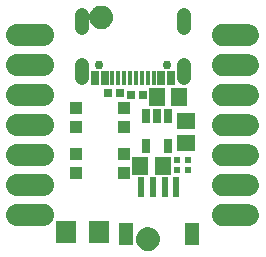
<source format=gbr>
G04 EAGLE Gerber RS-274X export*
G75*
%MOMM*%
%FSLAX34Y34*%
%LPD*%
%INSoldermask Top*%
%IPPOS*%
%AMOC8*
5,1,8,0,0,1.08239X$1,22.5*%
G01*
%ADD10C,1.101600*%
%ADD11C,0.469900*%
%ADD12R,1.341600X1.601600*%
%ADD13R,1.001600X1.001600*%
%ADD14R,0.676600X1.251600*%
%ADD15R,0.376600X1.251600*%
%ADD16C,1.209600*%
%ADD17C,0.751600*%
%ADD18R,0.701600X0.701600*%
%ADD19C,1.879600*%
%ADD20C,1.879600*%
%ADD21R,0.601600X1.651600*%
%ADD22R,1.301600X1.901600*%
%ADD23R,0.651600X1.301600*%
%ADD24R,0.601600X0.601600*%
%ADD25R,1.601600X1.341600*%
%ADD26R,1.701600X1.901600*%


D10*
X61976Y194945D03*
D11*
X61976Y202445D02*
X61795Y202443D01*
X61614Y202436D01*
X61433Y202425D01*
X61252Y202410D01*
X61072Y202390D01*
X60892Y202366D01*
X60713Y202338D01*
X60535Y202305D01*
X60358Y202268D01*
X60181Y202227D01*
X60006Y202182D01*
X59831Y202132D01*
X59658Y202078D01*
X59487Y202020D01*
X59316Y201958D01*
X59148Y201891D01*
X58981Y201821D01*
X58815Y201747D01*
X58652Y201668D01*
X58491Y201586D01*
X58331Y201500D01*
X58174Y201410D01*
X58019Y201316D01*
X57866Y201219D01*
X57716Y201117D01*
X57568Y201013D01*
X57422Y200904D01*
X57280Y200793D01*
X57140Y200677D01*
X57003Y200559D01*
X56868Y200437D01*
X56737Y200312D01*
X56609Y200184D01*
X56484Y200053D01*
X56362Y199918D01*
X56244Y199781D01*
X56128Y199641D01*
X56017Y199499D01*
X55908Y199353D01*
X55804Y199205D01*
X55702Y199055D01*
X55605Y198902D01*
X55511Y198747D01*
X55421Y198590D01*
X55335Y198430D01*
X55253Y198269D01*
X55174Y198106D01*
X55100Y197940D01*
X55030Y197773D01*
X54963Y197605D01*
X54901Y197434D01*
X54843Y197263D01*
X54789Y197090D01*
X54739Y196915D01*
X54694Y196740D01*
X54653Y196563D01*
X54616Y196386D01*
X54583Y196208D01*
X54555Y196029D01*
X54531Y195849D01*
X54511Y195669D01*
X54496Y195488D01*
X54485Y195307D01*
X54478Y195126D01*
X54476Y194945D01*
X61976Y202445D02*
X62157Y202443D01*
X62338Y202436D01*
X62519Y202425D01*
X62700Y202410D01*
X62880Y202390D01*
X63060Y202366D01*
X63239Y202338D01*
X63417Y202305D01*
X63594Y202268D01*
X63771Y202227D01*
X63946Y202182D01*
X64121Y202132D01*
X64294Y202078D01*
X64465Y202020D01*
X64636Y201958D01*
X64804Y201891D01*
X64971Y201821D01*
X65137Y201747D01*
X65300Y201668D01*
X65461Y201586D01*
X65621Y201500D01*
X65778Y201410D01*
X65933Y201316D01*
X66086Y201219D01*
X66236Y201117D01*
X66384Y201013D01*
X66530Y200904D01*
X66672Y200793D01*
X66812Y200677D01*
X66949Y200559D01*
X67084Y200437D01*
X67215Y200312D01*
X67343Y200184D01*
X67468Y200053D01*
X67590Y199918D01*
X67708Y199781D01*
X67824Y199641D01*
X67935Y199499D01*
X68044Y199353D01*
X68148Y199205D01*
X68250Y199055D01*
X68347Y198902D01*
X68441Y198747D01*
X68531Y198590D01*
X68617Y198430D01*
X68699Y198269D01*
X68778Y198106D01*
X68852Y197940D01*
X68922Y197773D01*
X68989Y197605D01*
X69051Y197434D01*
X69109Y197263D01*
X69163Y197090D01*
X69213Y196915D01*
X69258Y196740D01*
X69299Y196563D01*
X69336Y196386D01*
X69369Y196208D01*
X69397Y196029D01*
X69421Y195849D01*
X69441Y195669D01*
X69456Y195488D01*
X69467Y195307D01*
X69474Y195126D01*
X69476Y194945D01*
X69474Y194764D01*
X69467Y194583D01*
X69456Y194402D01*
X69441Y194221D01*
X69421Y194041D01*
X69397Y193861D01*
X69369Y193682D01*
X69336Y193504D01*
X69299Y193327D01*
X69258Y193150D01*
X69213Y192975D01*
X69163Y192800D01*
X69109Y192627D01*
X69051Y192456D01*
X68989Y192285D01*
X68922Y192117D01*
X68852Y191950D01*
X68778Y191784D01*
X68699Y191621D01*
X68617Y191460D01*
X68531Y191300D01*
X68441Y191143D01*
X68347Y190988D01*
X68250Y190835D01*
X68148Y190685D01*
X68044Y190537D01*
X67935Y190391D01*
X67824Y190249D01*
X67708Y190109D01*
X67590Y189972D01*
X67468Y189837D01*
X67343Y189706D01*
X67215Y189578D01*
X67084Y189453D01*
X66949Y189331D01*
X66812Y189213D01*
X66672Y189097D01*
X66530Y188986D01*
X66384Y188877D01*
X66236Y188773D01*
X66086Y188671D01*
X65933Y188574D01*
X65778Y188480D01*
X65621Y188390D01*
X65461Y188304D01*
X65300Y188222D01*
X65137Y188143D01*
X64971Y188069D01*
X64804Y187999D01*
X64636Y187932D01*
X64465Y187870D01*
X64294Y187812D01*
X64121Y187758D01*
X63946Y187708D01*
X63771Y187663D01*
X63594Y187622D01*
X63417Y187585D01*
X63239Y187552D01*
X63060Y187524D01*
X62880Y187500D01*
X62700Y187480D01*
X62519Y187465D01*
X62338Y187454D01*
X62157Y187447D01*
X61976Y187445D01*
X61795Y187447D01*
X61614Y187454D01*
X61433Y187465D01*
X61252Y187480D01*
X61072Y187500D01*
X60892Y187524D01*
X60713Y187552D01*
X60535Y187585D01*
X60358Y187622D01*
X60181Y187663D01*
X60006Y187708D01*
X59831Y187758D01*
X59658Y187812D01*
X59487Y187870D01*
X59316Y187932D01*
X59148Y187999D01*
X58981Y188069D01*
X58815Y188143D01*
X58652Y188222D01*
X58491Y188304D01*
X58331Y188390D01*
X58174Y188480D01*
X58019Y188574D01*
X57866Y188671D01*
X57716Y188773D01*
X57568Y188877D01*
X57422Y188986D01*
X57280Y189097D01*
X57140Y189213D01*
X57003Y189331D01*
X56868Y189453D01*
X56737Y189578D01*
X56609Y189706D01*
X56484Y189837D01*
X56362Y189972D01*
X56244Y190109D01*
X56128Y190249D01*
X56017Y190391D01*
X55908Y190537D01*
X55804Y190685D01*
X55702Y190835D01*
X55605Y190988D01*
X55511Y191143D01*
X55421Y191300D01*
X55335Y191460D01*
X55253Y191621D01*
X55174Y191784D01*
X55100Y191950D01*
X55030Y192117D01*
X54963Y192285D01*
X54901Y192456D01*
X54843Y192627D01*
X54789Y192800D01*
X54739Y192975D01*
X54694Y193150D01*
X54653Y193327D01*
X54616Y193504D01*
X54583Y193682D01*
X54555Y193861D01*
X54531Y194041D01*
X54511Y194221D01*
X54496Y194402D01*
X54485Y194583D01*
X54478Y194764D01*
X54476Y194945D01*
D12*
X114021Y69342D03*
X95021Y69342D03*
X128118Y127381D03*
X109118Y127381D03*
D13*
X40460Y63120D03*
X40460Y79120D03*
X81460Y79120D03*
X81460Y63120D03*
D14*
X120900Y143620D03*
X112900Y143620D03*
D15*
X106400Y143620D03*
X101400Y143620D03*
X96400Y143620D03*
X91400Y143620D03*
X86400Y143620D03*
X81400Y143620D03*
X76400Y143620D03*
X71400Y143620D03*
D14*
X64900Y143620D03*
X56900Y143620D03*
D16*
X132100Y185630D02*
X132100Y196710D01*
X45700Y196710D02*
X45700Y185630D01*
X45700Y154910D02*
X45700Y143830D01*
X132100Y143830D02*
X132100Y154910D01*
D17*
X60000Y154370D03*
X117800Y154370D03*
D18*
X67945Y131064D03*
X78105Y131064D03*
X87630Y129286D03*
X97790Y129286D03*
D19*
X12700Y179705D03*
X12700Y154305D03*
X12700Y128905D03*
X12700Y103505D03*
X12700Y78105D03*
X12700Y52705D03*
X12700Y27305D03*
D20*
X8890Y179705D02*
X-8890Y179705D01*
X-8890Y154305D02*
X8890Y154305D01*
X8890Y128905D02*
X-8890Y128905D01*
X-8890Y103505D02*
X8890Y103505D01*
X8890Y78105D02*
X-8890Y78105D01*
X-8890Y52705D02*
X8890Y52705D01*
X8890Y27305D02*
X-8890Y27305D01*
D21*
X105744Y50921D03*
X115744Y50921D03*
X95744Y50921D03*
X125744Y50921D03*
D22*
X82744Y11921D03*
X138744Y11921D03*
D23*
X118593Y111680D03*
X109093Y111680D03*
X99593Y111680D03*
X99593Y85678D03*
X118593Y85678D03*
D24*
X135937Y65477D03*
X135937Y74477D03*
X125937Y74477D03*
X125937Y65477D03*
D19*
X165100Y27305D03*
X165100Y52705D03*
X165100Y78105D03*
X165100Y103505D03*
X165100Y128905D03*
X165100Y154305D03*
X165100Y179705D03*
D20*
X168910Y27305D02*
X186690Y27305D01*
X186690Y52705D02*
X168910Y52705D01*
X168910Y78105D02*
X186690Y78105D01*
X186690Y103505D02*
X168910Y103505D01*
X168910Y128905D02*
X186690Y128905D01*
X186690Y154305D02*
X168910Y154305D01*
X168910Y179705D02*
X186690Y179705D01*
D10*
X101600Y7112D03*
D11*
X101600Y14612D02*
X101419Y14610D01*
X101238Y14603D01*
X101057Y14592D01*
X100876Y14577D01*
X100696Y14557D01*
X100516Y14533D01*
X100337Y14505D01*
X100159Y14472D01*
X99982Y14435D01*
X99805Y14394D01*
X99630Y14349D01*
X99455Y14299D01*
X99282Y14245D01*
X99111Y14187D01*
X98940Y14125D01*
X98772Y14058D01*
X98605Y13988D01*
X98439Y13914D01*
X98276Y13835D01*
X98115Y13753D01*
X97955Y13667D01*
X97798Y13577D01*
X97643Y13483D01*
X97490Y13386D01*
X97340Y13284D01*
X97192Y13180D01*
X97046Y13071D01*
X96904Y12960D01*
X96764Y12844D01*
X96627Y12726D01*
X96492Y12604D01*
X96361Y12479D01*
X96233Y12351D01*
X96108Y12220D01*
X95986Y12085D01*
X95868Y11948D01*
X95752Y11808D01*
X95641Y11666D01*
X95532Y11520D01*
X95428Y11372D01*
X95326Y11222D01*
X95229Y11069D01*
X95135Y10914D01*
X95045Y10757D01*
X94959Y10597D01*
X94877Y10436D01*
X94798Y10273D01*
X94724Y10107D01*
X94654Y9940D01*
X94587Y9772D01*
X94525Y9601D01*
X94467Y9430D01*
X94413Y9257D01*
X94363Y9082D01*
X94318Y8907D01*
X94277Y8730D01*
X94240Y8553D01*
X94207Y8375D01*
X94179Y8196D01*
X94155Y8016D01*
X94135Y7836D01*
X94120Y7655D01*
X94109Y7474D01*
X94102Y7293D01*
X94100Y7112D01*
X101600Y14612D02*
X101781Y14610D01*
X101962Y14603D01*
X102143Y14592D01*
X102324Y14577D01*
X102504Y14557D01*
X102684Y14533D01*
X102863Y14505D01*
X103041Y14472D01*
X103218Y14435D01*
X103395Y14394D01*
X103570Y14349D01*
X103745Y14299D01*
X103918Y14245D01*
X104089Y14187D01*
X104260Y14125D01*
X104428Y14058D01*
X104595Y13988D01*
X104761Y13914D01*
X104924Y13835D01*
X105085Y13753D01*
X105245Y13667D01*
X105402Y13577D01*
X105557Y13483D01*
X105710Y13386D01*
X105860Y13284D01*
X106008Y13180D01*
X106154Y13071D01*
X106296Y12960D01*
X106436Y12844D01*
X106573Y12726D01*
X106708Y12604D01*
X106839Y12479D01*
X106967Y12351D01*
X107092Y12220D01*
X107214Y12085D01*
X107332Y11948D01*
X107448Y11808D01*
X107559Y11666D01*
X107668Y11520D01*
X107772Y11372D01*
X107874Y11222D01*
X107971Y11069D01*
X108065Y10914D01*
X108155Y10757D01*
X108241Y10597D01*
X108323Y10436D01*
X108402Y10273D01*
X108476Y10107D01*
X108546Y9940D01*
X108613Y9772D01*
X108675Y9601D01*
X108733Y9430D01*
X108787Y9257D01*
X108837Y9082D01*
X108882Y8907D01*
X108923Y8730D01*
X108960Y8553D01*
X108993Y8375D01*
X109021Y8196D01*
X109045Y8016D01*
X109065Y7836D01*
X109080Y7655D01*
X109091Y7474D01*
X109098Y7293D01*
X109100Y7112D01*
X109098Y6931D01*
X109091Y6750D01*
X109080Y6569D01*
X109065Y6388D01*
X109045Y6208D01*
X109021Y6028D01*
X108993Y5849D01*
X108960Y5671D01*
X108923Y5494D01*
X108882Y5317D01*
X108837Y5142D01*
X108787Y4967D01*
X108733Y4794D01*
X108675Y4623D01*
X108613Y4452D01*
X108546Y4284D01*
X108476Y4117D01*
X108402Y3951D01*
X108323Y3788D01*
X108241Y3627D01*
X108155Y3467D01*
X108065Y3310D01*
X107971Y3155D01*
X107874Y3002D01*
X107772Y2852D01*
X107668Y2704D01*
X107559Y2558D01*
X107448Y2416D01*
X107332Y2276D01*
X107214Y2139D01*
X107092Y2004D01*
X106967Y1873D01*
X106839Y1745D01*
X106708Y1620D01*
X106573Y1498D01*
X106436Y1380D01*
X106296Y1264D01*
X106154Y1153D01*
X106008Y1044D01*
X105860Y940D01*
X105710Y838D01*
X105557Y741D01*
X105402Y647D01*
X105245Y557D01*
X105085Y471D01*
X104924Y389D01*
X104761Y310D01*
X104595Y236D01*
X104428Y166D01*
X104260Y99D01*
X104089Y37D01*
X103918Y-21D01*
X103745Y-75D01*
X103570Y-125D01*
X103395Y-170D01*
X103218Y-211D01*
X103041Y-248D01*
X102863Y-281D01*
X102684Y-309D01*
X102504Y-333D01*
X102324Y-353D01*
X102143Y-368D01*
X101962Y-379D01*
X101781Y-386D01*
X101600Y-388D01*
X101419Y-386D01*
X101238Y-379D01*
X101057Y-368D01*
X100876Y-353D01*
X100696Y-333D01*
X100516Y-309D01*
X100337Y-281D01*
X100159Y-248D01*
X99982Y-211D01*
X99805Y-170D01*
X99630Y-125D01*
X99455Y-75D01*
X99282Y-21D01*
X99111Y37D01*
X98940Y99D01*
X98772Y166D01*
X98605Y236D01*
X98439Y310D01*
X98276Y389D01*
X98115Y471D01*
X97955Y557D01*
X97798Y647D01*
X97643Y741D01*
X97490Y838D01*
X97340Y940D01*
X97192Y1044D01*
X97046Y1153D01*
X96904Y1264D01*
X96764Y1380D01*
X96627Y1498D01*
X96492Y1620D01*
X96361Y1745D01*
X96233Y1873D01*
X96108Y2004D01*
X95986Y2139D01*
X95868Y2276D01*
X95752Y2416D01*
X95641Y2558D01*
X95532Y2704D01*
X95428Y2852D01*
X95326Y3002D01*
X95229Y3155D01*
X95135Y3310D01*
X95045Y3467D01*
X94959Y3627D01*
X94877Y3788D01*
X94798Y3951D01*
X94724Y4117D01*
X94654Y4284D01*
X94587Y4452D01*
X94525Y4623D01*
X94467Y4794D01*
X94413Y4967D01*
X94363Y5142D01*
X94318Y5317D01*
X94277Y5494D01*
X94240Y5671D01*
X94207Y5849D01*
X94179Y6028D01*
X94155Y6208D01*
X94135Y6388D01*
X94120Y6569D01*
X94109Y6750D01*
X94102Y6931D01*
X94100Y7112D01*
D25*
X134239Y88544D03*
X134239Y107544D03*
D26*
X60355Y13589D03*
X32355Y13589D03*
D13*
X40460Y102490D03*
X40460Y118490D03*
X81460Y118490D03*
X81460Y102490D03*
M02*

</source>
